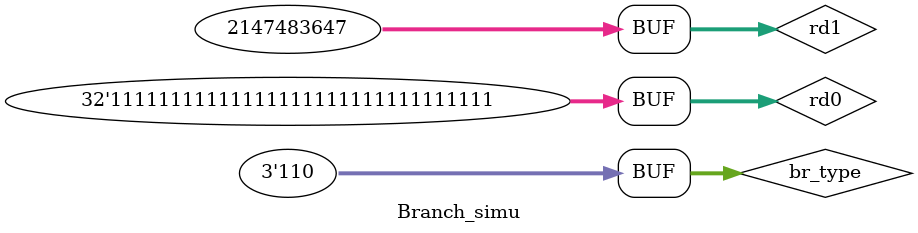
<source format=v>
`timescale 1ns / 1ps


module Branch_simu(

    );
    reg [31:0] rd0;
    reg [31:0] rd1;
    reg [2:0] br_type;
    wire br;
    
    initial begin
        rd0 = 32'hffff_ffff;
        rd1 = 32'h7fff_ffff;
        br_type = 3'b110;
    end
    Branch t_branch(
        br_type,
        rd0,
        rd1,
        br
    );
    
endmodule

</source>
